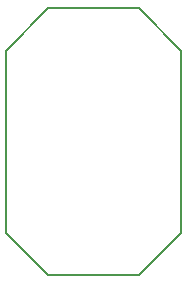
<source format=gm1>
G04*
G04 #@! TF.GenerationSoftware,Altium Limited,Altium Designer,22.9.1 (49)*
G04*
G04 Layer_Color=16711935*
%FSLAX25Y25*%
%MOIN*%
G70*
G04*
G04 #@! TF.SameCoordinates,B2AAA613-013F-4F62-8ACF-547CB4211106*
G04*
G04*
G04 #@! TF.FilePolarity,Positive*
G04*
G01*
G75*
%ADD23C,0.00787*%
D23*
X-108Y89000D02*
X30108D01*
X30216Y0D02*
X44358Y14142D01*
X-14142D02*
X0Y0D01*
X30216D01*
X30108Y89000D02*
X44250Y74858D01*
Y14142D02*
Y74858D01*
X-14250Y14142D02*
Y74858D01*
X-108Y89000D01*
M02*

</source>
